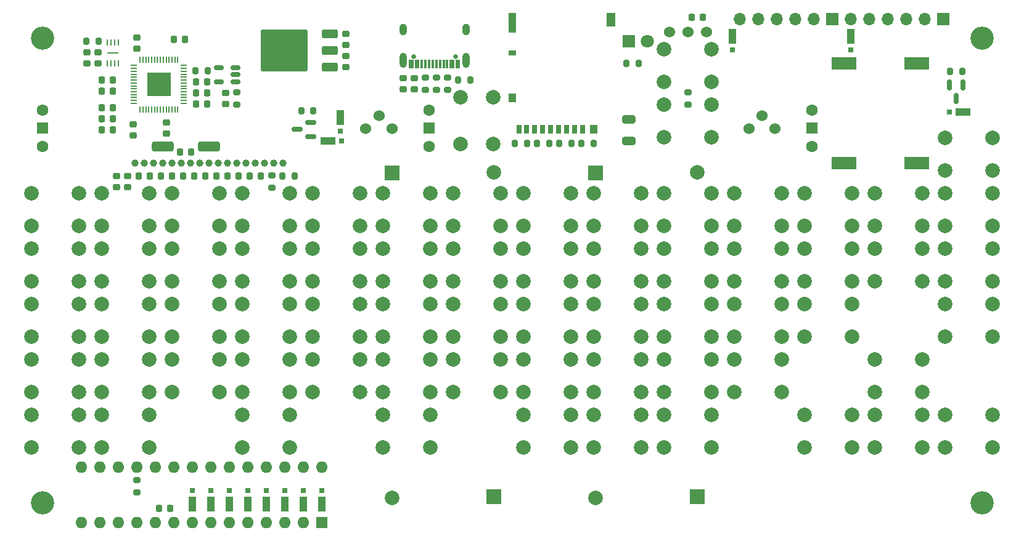
<source format=gbs>
G04 #@! TF.GenerationSoftware,KiCad,Pcbnew,8.0.5*
G04 #@! TF.CreationDate,2025-01-01T11:48:34+09:00*
G04 #@! TF.ProjectId,NERD-HPC,4e455244-2d48-4504-932e-6b696361645f,rev?*
G04 #@! TF.SameCoordinates,Original*
G04 #@! TF.FileFunction,Soldermask,Bot*
G04 #@! TF.FilePolarity,Negative*
%FSLAX46Y46*%
G04 Gerber Fmt 4.6, Leading zero omitted, Abs format (unit mm)*
G04 Created by KiCad (PCBNEW 8.0.5) date 2025-01-01 11:48:34*
%MOMM*%
%LPD*%
G01*
G04 APERTURE LIST*
G04 Aperture macros list*
%AMRoundRect*
0 Rectangle with rounded corners*
0 $1 Rounding radius*
0 $2 $3 $4 $5 $6 $7 $8 $9 X,Y pos of 4 corners*
0 Add a 4 corners polygon primitive as box body*
4,1,4,$2,$3,$4,$5,$6,$7,$8,$9,$2,$3,0*
0 Add four circle primitives for the rounded corners*
1,1,$1+$1,$2,$3*
1,1,$1+$1,$4,$5*
1,1,$1+$1,$6,$7*
1,1,$1+$1,$8,$9*
0 Add four rect primitives between the rounded corners*
20,1,$1+$1,$2,$3,$4,$5,0*
20,1,$1+$1,$4,$5,$6,$7,0*
20,1,$1+$1,$6,$7,$8,$9,0*
20,1,$1+$1,$8,$9,$2,$3,0*%
G04 Aperture macros list end*
%ADD10C,2.000000*%
%ADD11R,1.700000X1.700000*%
%ADD12O,1.700000X1.700000*%
%ADD13C,3.200000*%
%ADD14C,1.000000*%
%ADD15RoundRect,0.350000X-1.150000X-0.350000X1.150000X-0.350000X1.150000X0.350000X-1.150000X0.350000X0*%
%ADD16R,1.500000X1.500000*%
%ADD17C,1.600000*%
%ADD18C,1.524000*%
%ADD19RoundRect,0.225000X0.250000X-0.225000X0.250000X0.225000X-0.250000X0.225000X-0.250000X-0.225000X0*%
%ADD20RoundRect,0.200000X-0.275000X0.200000X-0.275000X-0.200000X0.275000X-0.200000X0.275000X0.200000X0*%
%ADD21RoundRect,0.200000X-0.200000X-0.275000X0.200000X-0.275000X0.200000X0.275000X-0.200000X0.275000X0*%
%ADD22RoundRect,0.200000X0.200000X0.275000X-0.200000X0.275000X-0.200000X-0.275000X0.200000X-0.275000X0*%
%ADD23C,0.650000*%
%ADD24R,0.300000X1.150000*%
%ADD25O,1.000000X1.600000*%
%ADD26O,1.000000X2.100000*%
%ADD27RoundRect,0.050000X-0.050000X0.387500X-0.050000X-0.387500X0.050000X-0.387500X0.050000X0.387500X0*%
%ADD28RoundRect,0.050000X-0.387500X0.050000X-0.387500X-0.050000X0.387500X-0.050000X0.387500X0.050000X0*%
%ADD29R,3.200000X3.200000*%
%ADD30R,1.100000X2.000000*%
%ADD31R,0.800000X0.800000*%
%ADD32RoundRect,0.225000X-0.250000X0.225000X-0.250000X-0.225000X0.250000X-0.225000X0.250000X0.225000X0*%
%ADD33R,1.800000X1.800000*%
%ADD34C,1.800000*%
%ADD35RoundRect,0.225000X-0.225000X-0.250000X0.225000X-0.250000X0.225000X0.250000X-0.225000X0.250000X0*%
%ADD36RoundRect,0.225000X0.225000X0.250000X-0.225000X0.250000X-0.225000X-0.250000X0.225000X-0.250000X0*%
%ADD37R,3.500000X1.800000*%
%ADD38R,2.000000X1.100000*%
%ADD39RoundRect,0.250000X0.650000X-0.325000X0.650000X0.325000X-0.650000X0.325000X-0.650000X-0.325000X0*%
%ADD40R,2.000000X2.000000*%
%ADD41RoundRect,0.250000X0.850000X0.350000X-0.850000X0.350000X-0.850000X-0.350000X0.850000X-0.350000X0*%
%ADD42RoundRect,0.249997X2.950003X2.650003X-2.950003X2.650003X-2.950003X-2.650003X2.950003X-2.650003X0*%
%ADD43R,1.600000X1.600000*%
%ADD44O,1.600000X1.600000*%
%ADD45R,0.700000X1.200000*%
%ADD46R,1.000000X0.800000*%
%ADD47R,1.000000X2.800000*%
%ADD48R,1.000000X1.200000*%
%ADD49R,1.300000X1.900000*%
%ADD50RoundRect,0.200000X0.275000X-0.200000X0.275000X0.200000X-0.275000X0.200000X-0.275000X-0.200000X0*%
%ADD51RoundRect,0.150000X0.587500X0.150000X-0.587500X0.150000X-0.587500X-0.150000X0.587500X-0.150000X0*%
%ADD52RoundRect,0.150000X-0.150000X0.587500X-0.150000X-0.587500X0.150000X-0.587500X0.150000X0.587500X0*%
%ADD53RoundRect,0.150000X0.512500X0.150000X-0.512500X0.150000X-0.512500X-0.150000X0.512500X-0.150000X0*%
%ADD54RoundRect,0.062500X-0.062500X0.387500X-0.062500X-0.387500X0.062500X-0.387500X0.062500X0.387500X0*%
%ADD55R,1.600000X0.200000*%
G04 APERTURE END LIST*
D10*
X91492000Y-113574000D03*
X97992000Y-113574000D03*
X91492000Y-118074000D03*
X97992000Y-118074000D03*
X120448000Y-98334000D03*
X126948000Y-98334000D03*
X120448000Y-102834000D03*
X126948000Y-102834000D03*
X216968000Y-113574000D03*
X223468000Y-113574000D03*
X216968000Y-118074000D03*
X223468000Y-118074000D03*
X110796000Y-105954000D03*
X117296000Y-105954000D03*
X110796000Y-110454000D03*
X117296000Y-110454000D03*
X159056000Y-98334000D03*
X165556000Y-98334000D03*
X159056000Y-102834000D03*
X165556000Y-102834000D03*
X120448000Y-121194000D03*
X126948000Y-121194000D03*
X120448000Y-125694000D03*
X126948000Y-125694000D03*
X91492000Y-128814000D03*
X97992000Y-128814000D03*
X91492000Y-133314000D03*
X97992000Y-133314000D03*
X207316000Y-121194000D03*
X213816000Y-121194000D03*
X207316000Y-125694000D03*
X213816000Y-125694000D03*
X207316000Y-105954000D03*
X213816000Y-105954000D03*
X207316000Y-110454000D03*
X213816000Y-110454000D03*
X101144000Y-121194000D03*
X107644000Y-121194000D03*
X101144000Y-125694000D03*
X107644000Y-125694000D03*
X159056000Y-113574000D03*
X165556000Y-113574000D03*
X159056000Y-118074000D03*
X165556000Y-118074000D03*
X178360000Y-86142000D03*
X184860000Y-86142000D03*
X178360000Y-90642000D03*
X184860000Y-90642000D03*
X101144000Y-128814000D03*
X107644000Y-128814000D03*
X101144000Y-133314000D03*
X107644000Y-133314000D03*
X159056000Y-105954000D03*
X165556000Y-105954000D03*
X159056000Y-110454000D03*
X165556000Y-110454000D03*
D11*
X216662000Y-74422000D03*
D12*
X214122000Y-74422000D03*
X211582000Y-74422000D03*
X209042000Y-74422000D03*
X206502000Y-74422000D03*
X203962000Y-74422000D03*
D10*
X197664000Y-105954000D03*
X204164000Y-105954000D03*
X197664000Y-110454000D03*
X204164000Y-110454000D03*
X139752000Y-121194000D03*
X146252000Y-121194000D03*
X139752000Y-125694000D03*
X146252000Y-125694000D03*
X101144000Y-98334000D03*
X107644000Y-98334000D03*
X101144000Y-102834000D03*
X107644000Y-102834000D03*
D13*
X93000000Y-141000000D03*
D10*
X130100000Y-105954000D03*
X136600000Y-105954000D03*
X130100000Y-110454000D03*
X136600000Y-110454000D03*
D14*
X125984000Y-94234000D03*
X124714000Y-94234000D03*
X123444000Y-94234000D03*
X122174000Y-94234000D03*
X120904000Y-94234000D03*
X119634000Y-94234000D03*
X118364000Y-94234000D03*
X117094000Y-94234000D03*
X115824000Y-94234000D03*
X114554000Y-94234000D03*
X113284000Y-94234000D03*
X112014000Y-94234000D03*
X110744000Y-94234000D03*
X109474000Y-94234000D03*
X108204000Y-94234000D03*
X106934000Y-94234000D03*
X105664000Y-94234000D03*
D15*
X109474000Y-91934000D03*
X115824000Y-91934000D03*
D10*
X188012000Y-105954000D03*
X194512000Y-105954000D03*
X188012000Y-110454000D03*
X194512000Y-110454000D03*
D11*
X201422000Y-74422000D03*
D12*
X198882000Y-74422000D03*
X196342000Y-74422000D03*
X193802000Y-74422000D03*
X191262000Y-74422000D03*
X188722000Y-74422000D03*
D10*
X216968000Y-105954000D03*
X223468000Y-105954000D03*
X216968000Y-110454000D03*
X223468000Y-110454000D03*
D13*
X222000000Y-77000000D03*
D10*
X197664000Y-98334000D03*
X204164000Y-98334000D03*
X197664000Y-102834000D03*
X204164000Y-102834000D03*
X188012000Y-113574000D03*
X194512000Y-113574000D03*
X188012000Y-118074000D03*
X194512000Y-118074000D03*
X178360000Y-105954000D03*
X184860000Y-105954000D03*
X178360000Y-110454000D03*
X184860000Y-110454000D03*
X216968000Y-90714000D03*
X223468000Y-90714000D03*
X216968000Y-95214000D03*
X223468000Y-95214000D03*
X207316000Y-98334000D03*
X213816000Y-98334000D03*
X207316000Y-102834000D03*
X213816000Y-102834000D03*
X188012000Y-98334000D03*
X194512000Y-98334000D03*
X188012000Y-102834000D03*
X194512000Y-102834000D03*
X110796000Y-113574000D03*
X117296000Y-113574000D03*
X110796000Y-118074000D03*
X117296000Y-118074000D03*
X139752000Y-113574000D03*
X146252000Y-113574000D03*
X139752000Y-118074000D03*
X146252000Y-118074000D03*
X154904000Y-85142000D03*
X154904000Y-91642000D03*
X150404000Y-85142000D03*
X150404000Y-91642000D03*
X168708000Y-105954000D03*
X175208000Y-105954000D03*
X168708000Y-110454000D03*
X175208000Y-110454000D03*
X130100000Y-98334000D03*
X136600000Y-98334000D03*
X130100000Y-102834000D03*
X136600000Y-102834000D03*
X159056000Y-121194000D03*
X165556000Y-121194000D03*
X159056000Y-125694000D03*
X165556000Y-125694000D03*
X110796000Y-98334000D03*
X117296000Y-98334000D03*
X110796000Y-102834000D03*
X117296000Y-102834000D03*
X168708000Y-121194000D03*
X175208000Y-121194000D03*
X168708000Y-125694000D03*
X175208000Y-125694000D03*
X120448000Y-128814000D03*
X126948000Y-128814000D03*
X120448000Y-133314000D03*
X126948000Y-133314000D03*
X197664000Y-113574000D03*
X204164000Y-113574000D03*
X197664000Y-118074000D03*
X204164000Y-118074000D03*
D16*
X146050000Y-89408000D03*
D17*
X146050000Y-91908000D03*
X146050000Y-86908000D03*
D10*
X130100000Y-113574000D03*
X136600000Y-113574000D03*
X130100000Y-118074000D03*
X136600000Y-118074000D03*
X184860000Y-83022000D03*
X178360000Y-83022000D03*
X184860000Y-78522000D03*
X178360000Y-78522000D03*
D13*
X93000000Y-77000000D03*
D10*
X139752000Y-98334000D03*
X146252000Y-98334000D03*
X139752000Y-102834000D03*
X146252000Y-102834000D03*
X139752000Y-105954000D03*
X146252000Y-105954000D03*
X139752000Y-110454000D03*
X146252000Y-110454000D03*
X101144000Y-105954000D03*
X107644000Y-105954000D03*
X101144000Y-110454000D03*
X107644000Y-110454000D03*
X139752000Y-128814000D03*
X146252000Y-128814000D03*
X139752000Y-133314000D03*
X146252000Y-133314000D03*
X188012000Y-121194000D03*
X194512000Y-121194000D03*
X188012000Y-125694000D03*
X194512000Y-125694000D03*
X178360000Y-113574000D03*
X184860000Y-113574000D03*
X178360000Y-118074000D03*
X184860000Y-118074000D03*
X110796000Y-121194000D03*
X117296000Y-121194000D03*
X110796000Y-125694000D03*
X117296000Y-125694000D03*
X216968000Y-128814000D03*
X223468000Y-128814000D03*
X216968000Y-133314000D03*
X223468000Y-133314000D03*
D18*
X189973949Y-89504051D03*
X191770000Y-87708000D03*
X193566051Y-89504051D03*
D10*
X91492000Y-105954000D03*
X97992000Y-105954000D03*
X91492000Y-110454000D03*
X97992000Y-110454000D03*
X120448000Y-113574000D03*
X126948000Y-113574000D03*
X120448000Y-118074000D03*
X126948000Y-118074000D03*
X101144000Y-113574000D03*
X107644000Y-113574000D03*
X101144000Y-118074000D03*
X107644000Y-118074000D03*
X178360000Y-121194000D03*
X184860000Y-121194000D03*
X178360000Y-125694000D03*
X184860000Y-125694000D03*
X168708000Y-128814000D03*
X175208000Y-128814000D03*
X168708000Y-133314000D03*
X175208000Y-133314000D03*
D13*
X222000000Y-141000000D03*
D10*
X168708000Y-98334000D03*
X175208000Y-98334000D03*
X168708000Y-102834000D03*
X175208000Y-102834000D03*
X178360000Y-98334000D03*
X184860000Y-98334000D03*
X178360000Y-102834000D03*
X184860000Y-102834000D03*
X149404000Y-113574000D03*
X155904000Y-113574000D03*
X149404000Y-118074000D03*
X155904000Y-118074000D03*
X207316000Y-128814000D03*
X213816000Y-128814000D03*
X207316000Y-133314000D03*
X213816000Y-133314000D03*
D16*
X198628000Y-89408000D03*
D17*
X198628000Y-91908000D03*
X198628000Y-86908000D03*
D10*
X91492000Y-98334000D03*
X97992000Y-98334000D03*
X91492000Y-102834000D03*
X97992000Y-102834000D03*
X120448000Y-105954000D03*
X126948000Y-105954000D03*
X120448000Y-110454000D03*
X126948000Y-110454000D03*
X149404000Y-105954000D03*
X155904000Y-105954000D03*
X149404000Y-110454000D03*
X155904000Y-110454000D03*
D16*
X92964000Y-89408000D03*
D17*
X92964000Y-91908000D03*
X92964000Y-86908000D03*
D10*
X149404000Y-121194000D03*
X155904000Y-121194000D03*
X149404000Y-125694000D03*
X155904000Y-125694000D03*
X168708000Y-113574000D03*
X175208000Y-113574000D03*
X168708000Y-118074000D03*
X175208000Y-118074000D03*
X130100000Y-121194000D03*
X136600000Y-121194000D03*
X130100000Y-125694000D03*
X136600000Y-125694000D03*
X91492000Y-121194000D03*
X97992000Y-121194000D03*
X91492000Y-125694000D03*
X97992000Y-125694000D03*
X159056000Y-128814000D03*
X165556000Y-128814000D03*
X159056000Y-133314000D03*
X165556000Y-133314000D03*
X216968000Y-98334000D03*
X223468000Y-98334000D03*
X216968000Y-102834000D03*
X223468000Y-102834000D03*
X197664000Y-128814000D03*
X204164000Y-128814000D03*
X197664000Y-133314000D03*
X204164000Y-133314000D03*
D18*
X137377898Y-89504051D03*
X139173949Y-87708000D03*
X140970000Y-89504051D03*
D10*
X149404000Y-98334000D03*
X155904000Y-98334000D03*
X149404000Y-102834000D03*
X155904000Y-102834000D03*
X178360000Y-128814000D03*
X184860000Y-128814000D03*
X178360000Y-133314000D03*
X184860000Y-133314000D03*
D19*
X100624000Y-80531000D03*
X100624000Y-78981000D03*
D20*
X181610000Y-84519000D03*
X181610000Y-86169000D03*
D21*
X157862000Y-91515000D03*
X159512000Y-91515000D03*
D22*
X219265000Y-81612500D03*
X217615000Y-81612500D03*
D21*
X99033000Y-77470000D03*
X100683000Y-77470000D03*
D23*
X143922000Y-79567000D03*
X149702000Y-79567000D03*
D24*
X143462000Y-80632000D03*
X144262000Y-80632000D03*
X145562000Y-80632000D03*
X146562000Y-80632000D03*
X147062000Y-80632000D03*
X148062000Y-80632000D03*
X149362000Y-80632000D03*
X150162000Y-80632000D03*
X149862000Y-80632000D03*
X149062000Y-80632000D03*
X148562000Y-80632000D03*
X147562000Y-80632000D03*
X146062000Y-80632000D03*
X145062000Y-80632000D03*
X144562000Y-80632000D03*
X143762000Y-80632000D03*
D25*
X142492000Y-75887000D03*
D26*
X142492000Y-80067000D03*
D25*
X151132000Y-75887000D03*
D26*
X151132000Y-80067000D03*
D27*
X106366000Y-79964500D03*
X106766000Y-79964500D03*
X107166000Y-79964500D03*
X107566000Y-79964500D03*
X107966000Y-79964500D03*
X108366000Y-79964500D03*
X108766000Y-79964500D03*
X109166000Y-79964500D03*
X109566000Y-79964500D03*
X109966000Y-79964500D03*
X110366000Y-79964500D03*
X110766000Y-79964500D03*
X111166000Y-79964500D03*
X111566000Y-79964500D03*
D28*
X112403500Y-80802000D03*
X112403500Y-81202000D03*
X112403500Y-81602000D03*
X112403500Y-82002000D03*
X112403500Y-82402000D03*
X112403500Y-82802000D03*
X112403500Y-83202000D03*
X112403500Y-83602000D03*
X112403500Y-84002000D03*
X112403500Y-84402000D03*
X112403500Y-84802000D03*
X112403500Y-85202000D03*
X112403500Y-85602000D03*
X112403500Y-86002000D03*
D27*
X111566000Y-86839500D03*
X111166000Y-86839500D03*
X110766000Y-86839500D03*
X110366000Y-86839500D03*
X109966000Y-86839500D03*
X109566000Y-86839500D03*
X109166000Y-86839500D03*
X108766000Y-86839500D03*
X108366000Y-86839500D03*
X107966000Y-86839500D03*
X107566000Y-86839500D03*
X107166000Y-86839500D03*
X106766000Y-86839500D03*
X106366000Y-86839500D03*
D28*
X105528500Y-86002000D03*
X105528500Y-85602000D03*
X105528500Y-85202000D03*
X105528500Y-84802000D03*
X105528500Y-84402000D03*
X105528500Y-84002000D03*
X105528500Y-83602000D03*
X105528500Y-83202000D03*
X105528500Y-82802000D03*
X105528500Y-82402000D03*
X105528500Y-82002000D03*
X105528500Y-81602000D03*
X105528500Y-81202000D03*
X105528500Y-80802000D03*
D29*
X108966000Y-83402000D03*
D30*
X113538000Y-141158000D03*
D31*
X113538000Y-139258000D03*
D32*
X110018000Y-88633000D03*
X110018000Y-90183000D03*
D21*
X163958000Y-91515000D03*
X165608000Y-91515000D03*
D30*
X133858000Y-87950000D03*
D31*
X133858000Y-89850000D03*
D33*
X173482000Y-77470000D03*
D34*
X176022000Y-77470000D03*
D20*
X148590000Y-82487000D03*
X148590000Y-84137000D03*
D35*
X114033000Y-83058000D03*
X115583000Y-83058000D03*
D32*
X99100000Y-78981000D03*
X99100000Y-80531000D03*
X144018000Y-82537000D03*
X144018000Y-84087000D03*
D36*
X102629000Y-82804000D03*
X101079000Y-82804000D03*
X119901000Y-96012000D03*
X118351000Y-96012000D03*
D19*
X134620000Y-81039000D03*
X134620000Y-79489000D03*
D30*
X123698000Y-141158000D03*
D31*
X123698000Y-139258000D03*
D32*
X104648000Y-95999000D03*
X104648000Y-97549000D03*
D22*
X130189500Y-87056000D03*
X128539500Y-87056000D03*
D20*
X145542000Y-82487000D03*
X145542000Y-84137000D03*
D30*
X187706000Y-76774000D03*
D31*
X187706000Y-78674000D03*
D37*
X213026000Y-94226000D03*
X213026000Y-80526000D03*
X203026000Y-94226000D03*
X203026000Y-80526000D03*
D30*
X128778000Y-141158000D03*
D31*
X128778000Y-139258000D03*
D38*
X219390000Y-87200500D03*
D31*
X217490000Y-87200500D03*
D30*
X131318000Y-141158000D03*
D31*
X131318000Y-139258000D03*
D39*
X173482000Y-91137000D03*
X173482000Y-88187000D03*
D40*
X182880000Y-140156000D03*
D10*
X182880000Y-95456000D03*
D41*
X132470000Y-76472500D03*
X132470000Y-78752500D03*
D42*
X126170000Y-78752500D03*
D41*
X132470000Y-81032500D03*
D30*
X121158000Y-141158000D03*
D31*
X121158000Y-139258000D03*
D21*
X173165000Y-80518000D03*
X174815000Y-80518000D03*
D30*
X116078000Y-141158000D03*
D31*
X116078000Y-139258000D03*
D30*
X118618000Y-141158000D03*
D31*
X118618000Y-139258000D03*
D18*
X179070000Y-76200000D03*
X181610000Y-76200000D03*
X184150000Y-76200000D03*
D43*
X131318000Y-143637000D03*
D44*
X128778000Y-143637000D03*
X126238000Y-143637000D03*
X123698000Y-143637000D03*
X121158000Y-143637000D03*
X118618000Y-143637000D03*
X116078000Y-143637000D03*
X113538000Y-143637000D03*
X110998000Y-143637000D03*
X108458000Y-143637000D03*
X105918000Y-143637000D03*
X103378000Y-143637000D03*
X100838000Y-143637000D03*
X98298000Y-143637000D03*
X98298000Y-136017000D03*
X100838000Y-136017000D03*
X103378000Y-136017000D03*
X105918000Y-136017000D03*
X108458000Y-136017000D03*
X110998000Y-136017000D03*
X113538000Y-136017000D03*
X116078000Y-136017000D03*
X118618000Y-136017000D03*
X121158000Y-136017000D03*
X123698000Y-136017000D03*
X126238000Y-136017000D03*
X128778000Y-136017000D03*
X131318000Y-136017000D03*
D45*
X167113000Y-89565000D03*
X166013000Y-89565000D03*
X164913000Y-89565000D03*
X163813000Y-89565000D03*
X162713000Y-89565000D03*
X161613000Y-89565000D03*
X160513000Y-89565000D03*
X159413000Y-89565000D03*
X158463000Y-89565000D03*
D46*
X157513000Y-79065000D03*
D47*
X157513000Y-74915000D03*
D48*
X157513000Y-85265000D03*
X168663000Y-89565000D03*
D49*
X171013000Y-74465000D03*
D32*
X142494000Y-82537000D03*
X142494000Y-84087000D03*
D40*
X154940000Y-140156000D03*
D10*
X154940000Y-95456000D03*
D19*
X105918000Y-78499000D03*
X105918000Y-76949000D03*
D36*
X102629000Y-84328000D03*
X101079000Y-84328000D03*
X183655000Y-74168000D03*
X182105000Y-74168000D03*
D50*
X105918000Y-139509000D03*
X105918000Y-137859000D03*
X124460000Y-97599000D03*
X124460000Y-95949000D03*
D22*
X151701000Y-82804000D03*
X150051000Y-82804000D03*
D36*
X102629000Y-86614000D03*
X101079000Y-86614000D03*
D35*
X112255000Y-96012000D03*
X113805000Y-96012000D03*
X121399000Y-96012000D03*
X122949000Y-96012000D03*
D22*
X127571000Y-96012000D03*
X125921000Y-96012000D03*
D35*
X109207000Y-96012000D03*
X110757000Y-96012000D03*
D32*
X105410000Y-88887000D03*
X105410000Y-90437000D03*
D36*
X113424000Y-92710000D03*
X111874000Y-92710000D03*
D51*
X129794000Y-88646000D03*
X129794000Y-90546000D03*
X127919000Y-89596000D03*
D21*
X160910000Y-91515000D03*
X162560000Y-91515000D03*
D52*
X217490000Y-83469000D03*
X219390000Y-83469000D03*
X218440000Y-85344000D03*
D36*
X107709000Y-96012000D03*
X106159000Y-96012000D03*
D53*
X119501500Y-81116000D03*
X119501500Y-82066000D03*
X119501500Y-83016000D03*
X117226500Y-83016000D03*
X117226500Y-81116000D03*
D54*
X101902000Y-77668000D03*
X102402000Y-77668000D03*
X102902000Y-77668000D03*
X103402000Y-77668000D03*
X103402000Y-80518000D03*
X102902000Y-80518000D03*
X102402000Y-80518000D03*
X101902000Y-80518000D03*
D55*
X102652000Y-79093000D03*
D38*
X132146000Y-91186000D03*
D31*
X134046000Y-91186000D03*
D36*
X110503000Y-141732000D03*
X108953000Y-141732000D03*
X102629000Y-88138000D03*
X101079000Y-88138000D03*
D32*
X103124000Y-95999000D03*
X103124000Y-97549000D03*
D50*
X147066000Y-84137000D03*
X147066000Y-82487000D03*
D32*
X134620000Y-76441000D03*
X134620000Y-77991000D03*
D50*
X119634000Y-86169000D03*
X119634000Y-84519000D03*
D36*
X102629000Y-89662000D03*
X101079000Y-89662000D03*
D40*
X168910000Y-95556000D03*
D10*
X168910000Y-140256000D03*
D30*
X203962000Y-76774000D03*
D31*
X203962000Y-78674000D03*
D40*
X140970000Y-95556000D03*
D10*
X140970000Y-140256000D03*
D36*
X116853000Y-96012000D03*
X115303000Y-96012000D03*
D35*
X114033000Y-86106000D03*
X115583000Y-86106000D03*
D30*
X126238000Y-141158000D03*
D31*
X126238000Y-139258000D03*
D22*
X115633000Y-81534000D03*
X113983000Y-81534000D03*
D35*
X114033000Y-84582000D03*
X115583000Y-84582000D03*
D19*
X118110000Y-86119000D03*
X118110000Y-84569000D03*
D35*
X110985000Y-77216000D03*
X112535000Y-77216000D03*
D22*
X168656000Y-91515000D03*
X167006000Y-91515000D03*
M02*

</source>
